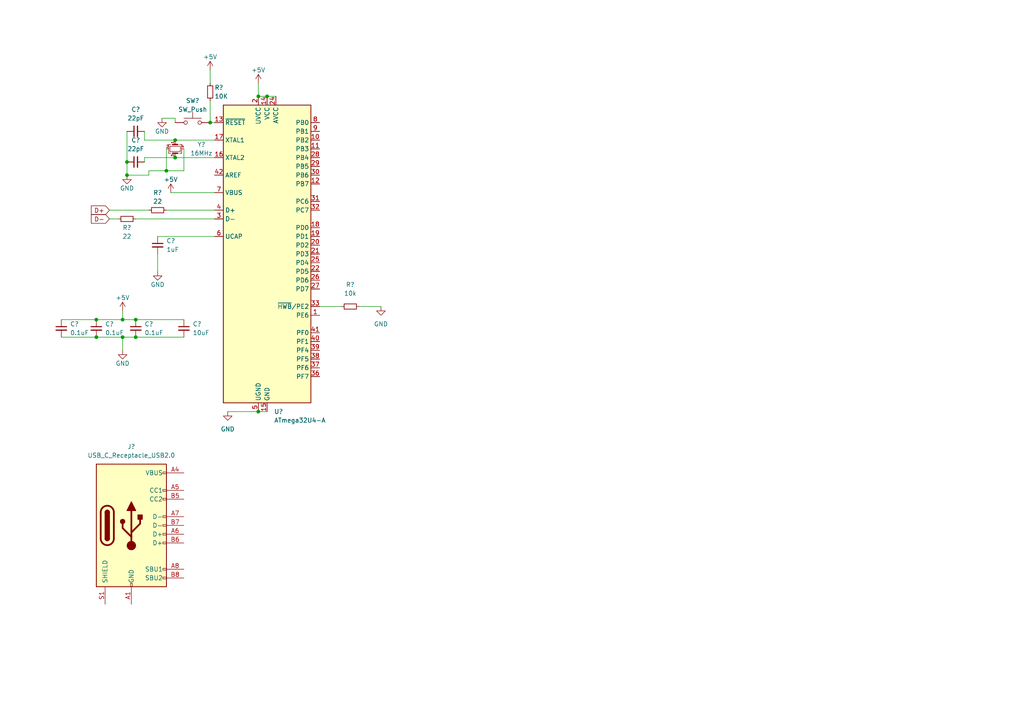
<source format=kicad_sch>
(kicad_sch (version 20211123) (generator eeschema)
  (paper "A4")
  (lib_symbols
    (symbol "Connector:USB_C_Receptacle_USB2.0" (pin_names (offset 1.016))
      (property "Reference" "J" (at -10.16 19.05 0))
      (property "Value" "USB_C_Receptacle_USB2.0" (at 19.05 19.05 0))
      (symbol "USB_C_Receptacle_USB2.0_0_0"
        (rectangle (start -0.254 -17.78) (end 0.254 -16.764))
        (rectangle (start 10.16 -14.986) (end 9.144 -15.494))
        (rectangle (start 10.16 -12.446) (end 9.144 -12.954))
        (rectangle (start 10.16 -4.826) (end 9.144 -5.334))
        (rectangle (start 10.16 -2.286) (end 9.144 -2.794))
        (rectangle (start 10.16 0.254) (end 9.144 -0.254))
        (rectangle (start 10.16 2.794) (end 9.144 2.286))
        (rectangle (start 10.16 7.874) (end 9.144 7.366))
        (rectangle (start 10.16 10.414) (end 9.144 9.906))
        (rectangle (start 10.16 15.494) (end 9.144 14.986))
      )
      (symbol "USB_C_Receptacle_USB2.0_0_1"
        (rectangle (start -10.16 17.78) (end 10.16 -17.78) (stroke (width 0.254)) (fill (type background)))
        (arc (start -8.89 -3.81) (mid -6.985 -5.715) (end -5.08 -3.81) (stroke (width 0.508)))
        (arc (start -7.62 -3.81) (mid -6.985 -4.445) (end -6.35 -3.81) (stroke (width 0.254)))
        (arc (start -7.62 -3.81) (mid -6.985 -4.445) (end -6.35 -3.81) (stroke (width 0.254)) (fill (type outline)))
        (rectangle (start -7.62 -3.81) (end -6.35 3.81) (stroke (width 0.254)) (fill (type outline)))
        (arc (start -6.35 3.81) (mid -6.985 4.445) (end -7.62 3.81) (stroke (width 0.254)))
        (arc (start -6.35 3.81) (mid -6.985 4.445) (end -7.62 3.81) (stroke (width 0.254)) (fill (type outline)))
        (arc (start -5.08 3.81) (mid -6.985 5.715) (end -8.89 3.81) (stroke (width 0.508)))
        (circle (center -2.54 1.143) (radius 0.635) (stroke (width 0.254)) (fill (type outline)))
        (circle (center 0 -5.842) (radius 1.27) (fill (type outline)))
        (polyline (pts (xy -8.89 -3.81) (xy -8.89 3.81)) (stroke (width 0.508)))
        (polyline (pts (xy -5.08 3.81) (xy -5.08 -3.81)) (stroke (width 0.508)))
        (polyline (pts (xy 0 -5.842) (xy 0 4.318)) (stroke (width 0.508)))
        (polyline (pts (xy 0 -3.302) (xy -2.54 -0.762) (xy -2.54 0.508)) (stroke (width 0.508)))
        (polyline (pts (xy 0 -2.032) (xy 2.54 0.508) (xy 2.54 1.778)) (stroke (width 0.508)))
        (polyline (pts (xy -1.27 4.318) (xy 0 6.858) (xy 1.27 4.318) (xy -1.27 4.318)) (stroke (width 0.254)) (fill (type outline)))
        (rectangle (start 1.905 1.778) (end 3.175 3.048) (stroke (width 0.254)) (fill (type outline)))
      )
      (symbol "USB_C_Receptacle_USB2.0_1_1"
        (pin passive line (at 0 -22.86 90) (length 5.08) (name "GND") (number "A1"))
        (pin passive line (at 0 -22.86 90) (length 5.08) hide (name "GND") (number "A12"))
        (pin passive line (at 15.24 15.24 180) (length 5.08) (name "VBUS") (number "A4"))
        (pin bidirectional line (at 15.24 10.16 180) (length 5.08) (name "CC1") (number "A5"))
        (pin bidirectional line (at 15.24 -2.54 180) (length 5.08) (name "D+") (number "A6"))
        (pin bidirectional line (at 15.24 2.54 180) (length 5.08) (name "D-") (number "A7"))
        (pin bidirectional line (at 15.24 -12.7 180) (length 5.08) (name "SBU1") (number "A8"))
        (pin passive line (at 15.24 15.24 180) (length 5.08) hide (name "VBUS") (number "A9"))
        (pin passive line (at 0 -22.86 90) (length 5.08) hide (name "GND") (number "B1"))
        (pin passive line (at 0 -22.86 90) (length 5.08) hide (name "GND") (number "B12"))
        (pin passive line (at 15.24 15.24 180) (length 5.08) hide (name "VBUS") (number "B4"))
        (pin bidirectional line (at 15.24 7.62 180) (length 5.08) (name "CC2") (number "B5"))
        (pin bidirectional line (at 15.24 -5.08 180) (length 5.08) (name "D+") (number "B6"))
        (pin bidirectional line (at 15.24 0 180) (length 5.08) (name "D-") (number "B7"))
        (pin bidirectional line (at 15.24 -15.24 180) (length 5.08) (name "SBU2") (number "B8"))
        (pin passive line (at 15.24 15.24 180) (length 5.08) hide (name "VBUS") (number "B9"))
        (pin passive line (at -7.62 -22.86 90) (length 5.08) (name "SHIELD") (number "S1"))
      )
    )
    (symbol "Device:C_Small" (pin_numbers hide) (pin_names (offset 0.254) hide)
      (property "Reference" "C" (at 0.254 1.778 0))
      (property "Value" "C_Small" (at 0.254 -2.032 0))
      (symbol "C_Small_0_1"
        (polyline (pts (xy -1.524 -0.508) (xy 1.524 -0.508)) (stroke (width 0.3302)))
        (polyline (pts (xy -1.524 0.508) (xy 1.524 0.508)) (stroke (width 0.3048)))
      )
      (symbol "C_Small_1_1"
        (pin passive line (at 0 2.54 270) (length 2.032) (name "~") (number "1"))
        (pin passive line (at 0 -2.54 90) (length 2.032) (name "~") (number "2"))
      )
    )
    (symbol "Device:Crystal_GND24_Small" (pin_names (offset 1.016) hide)
      (property "Reference" "Y" (at 1.27 4.445 0))
      (property "Value" "Crystal_GND24_Small" (at 1.27 2.54 0))
      (symbol "Crystal_GND24_Small_0_1"
        (rectangle (start -0.762 -1.524) (end 0.762 1.524))
        (polyline (pts (xy -1.27 -0.762) (xy -1.27 0.762)) (stroke (width 0.381)))
        (polyline (pts (xy 1.27 -0.762) (xy 1.27 0.762)) (stroke (width 0.381)))
        (polyline (pts (xy -1.27 -1.27) (xy -1.27 -1.905) (xy 1.27 -1.905) (xy 1.27 -1.27)))
        (polyline (pts (xy -1.27 1.27) (xy -1.27 1.905) (xy 1.27 1.905) (xy 1.27 1.27)))
      )
      (symbol "Crystal_GND24_Small_1_1"
        (pin passive line (at -2.54 0 0) (length 1.27) (name "1") (number "1"))
        (pin passive line (at 0 -2.54 90) (length 0.635) (name "2") (number "2"))
        (pin passive line (at 2.54 0 180) (length 1.27) (name "3") (number "3"))
        (pin passive line (at 0 2.54 270) (length 0.635) (name "4") (number "4"))
      )
    )
    (symbol "Device:R_Small" (pin_numbers hide) (pin_names (offset 0.254) hide)
      (property "Reference" "R" (at 0.762 0.508 0))
      (property "Value" "R_Small" (at 0.762 -1.016 0))
      (symbol "R_Small_0_1"
        (rectangle (start -0.762 1.778) (end 0.762 -1.778) (stroke (width 0.2032)))
      )
      (symbol "R_Small_1_1"
        (pin passive line (at 0 2.54 270) (length 0.762) (name "~") (number "1"))
        (pin passive line (at 0 -2.54 90) (length 0.762) (name "~") (number "2"))
      )
    )
    (symbol "MCU_Microchip_ATmega:ATmega32U4-A"
      (property "Reference" "U" (at -12.7 44.45 0))
      (property "Value" "ATmega32U4-A" (at 2.54 -44.45 0))
      (symbol "ATmega32U4-A_0_1"
        (rectangle (start -12.7 -43.18) (end 12.7 43.18) (stroke (width 0.254)) (fill (type background)))
      )
      (symbol "ATmega32U4-A_1_1"
        (pin bidirectional line (at 15.24 -17.78 180) (length 2.54) (name "PE6") (number "1"))
        (pin bidirectional line (at 15.24 33.02 180) (length 2.54) (name "PB2") (number "10"))
        (pin bidirectional line (at 15.24 30.48 180) (length 2.54) (name "PB3") (number "11"))
        (pin bidirectional line (at 15.24 20.32 180) (length 2.54) (name "PB7") (number "12"))
        (pin input line (at -15.24 38.1 0) (length 2.54) (name "~{RESET}") (number "13"))
        (pin power_in line (at 0 45.72 270) (length 2.54) (name "VCC") (number "14"))
        (pin power_in line (at 0 -45.72 90) (length 2.54) (name "GND") (number "15"))
        (pin output line (at -15.24 27.94 0) (length 2.54) (name "XTAL2") (number "16"))
        (pin input line (at -15.24 33.02 0) (length 2.54) (name "XTAL1") (number "17"))
        (pin bidirectional line (at 15.24 7.62 180) (length 2.54) (name "PD0") (number "18"))
        (pin bidirectional line (at 15.24 5.08 180) (length 2.54) (name "PD1") (number "19"))
        (pin power_in line (at -2.54 45.72 270) (length 2.54) (name "UVCC") (number "2"))
        (pin bidirectional line (at 15.24 2.54 180) (length 2.54) (name "PD2") (number "20"))
        (pin bidirectional line (at 15.24 0 180) (length 2.54) (name "PD3") (number "21"))
        (pin bidirectional line (at 15.24 -5.08 180) (length 2.54) (name "PD5") (number "22"))
        (pin passive line (at 0 -45.72 90) (length 2.54) hide (name "GND") (number "23"))
        (pin power_in line (at 2.54 45.72 270) (length 2.54) (name "AVCC") (number "24"))
        (pin bidirectional line (at 15.24 -2.54 180) (length 2.54) (name "PD4") (number "25"))
        (pin bidirectional line (at 15.24 -7.62 180) (length 2.54) (name "PD6") (number "26"))
        (pin bidirectional line (at 15.24 -10.16 180) (length 2.54) (name "PD7") (number "27"))
        (pin bidirectional line (at 15.24 27.94 180) (length 2.54) (name "PB4") (number "28"))
        (pin bidirectional line (at 15.24 25.4 180) (length 2.54) (name "PB5") (number "29"))
        (pin bidirectional line (at -15.24 10.16 0) (length 2.54) (name "D-") (number "3"))
        (pin bidirectional line (at 15.24 22.86 180) (length 2.54) (name "PB6") (number "30"))
        (pin bidirectional line (at 15.24 15.24 180) (length 2.54) (name "PC6") (number "31"))
        (pin bidirectional line (at 15.24 12.7 180) (length 2.54) (name "PC7") (number "32"))
        (pin bidirectional line (at 15.24 -15.24 180) (length 2.54) (name "~{HWB}/PE2") (number "33"))
        (pin passive line (at 0 45.72 270) (length 2.54) hide (name "VCC") (number "34"))
        (pin passive line (at 0 -45.72 90) (length 2.54) hide (name "GND") (number "35"))
        (pin bidirectional line (at 15.24 -35.56 180) (length 2.54) (name "PF7") (number "36"))
        (pin bidirectional line (at 15.24 -33.02 180) (length 2.54) (name "PF6") (number "37"))
        (pin bidirectional line (at 15.24 -30.48 180) (length 2.54) (name "PF5") (number "38"))
        (pin bidirectional line (at 15.24 -27.94 180) (length 2.54) (name "PF4") (number "39"))
        (pin bidirectional line (at -15.24 12.7 0) (length 2.54) (name "D+") (number "4"))
        (pin bidirectional line (at 15.24 -25.4 180) (length 2.54) (name "PF1") (number "40"))
        (pin bidirectional line (at 15.24 -22.86 180) (length 2.54) (name "PF0") (number "41"))
        (pin passive line (at -15.24 22.86 0) (length 2.54) (name "AREF") (number "42"))
        (pin passive line (at 0 -45.72 90) (length 2.54) hide (name "GND") (number "43"))
        (pin passive line (at 2.54 45.72 270) (length 2.54) hide (name "AVCC") (number "44"))
        (pin passive line (at -2.54 -45.72 90) (length 2.54) (name "UGND") (number "5"))
        (pin passive line (at -15.24 5.08 0) (length 2.54) (name "UCAP") (number "6"))
        (pin input line (at -15.24 17.78 0) (length 2.54) (name "VBUS") (number "7"))
        (pin bidirectional line (at 15.24 38.1 180) (length 2.54) (name "PB0") (number "8"))
        (pin bidirectional line (at 15.24 35.56 180) (length 2.54) (name "PB1") (number "9"))
      )
    )
    (symbol "Switch:SW_Push" (pin_numbers hide) (pin_names (offset 1.016) hide)
      (property "Reference" "SW" (at 1.27 2.54 0))
      (property "Value" "SW_Push" (at 0 -1.524 0))
      (symbol "SW_Push_0_1"
        (circle (center -2.032 0) (radius 0.508))
        (polyline (pts (xy 0 1.27) (xy 0 3.048)))
        (polyline (pts (xy 2.54 1.27) (xy -2.54 1.27)))
        (circle (center 2.032 0) (radius 0.508))
        (pin passive line (at -5.08 0 0) (length 2.54) (name "1") (number "1"))
        (pin passive line (at 5.08 0 180) (length 2.54) (name "2") (number "2"))
      )
    )
    (symbol "power:+5V" (power) (pin_names (offset 0))
      (property "Value" "+5V" (at 0 3.556 0))
      (symbol "+5V_0_1"
        (polyline (pts (xy -0.762 1.27) (xy 0 2.54)))
        (polyline (pts (xy 0 0) (xy 0 2.54)))
        (polyline (pts (xy 0 2.54) (xy 0.762 1.27)))
      )
      (symbol "+5V_1_1"
        (pin power_in line (at 0 0 90) (length 0) hide (name "+5V") (number "1"))
      )
    )
    (symbol "power:GND" (power) (pin_names (offset 0))
      (property "Value" "GND" (at 0 -3.81 0))
      (symbol "GND_0_1"
        (polyline (pts (xy 0 0) (xy 0 -1.27) (xy 1.27 -1.27) (xy 0 -2.54) (xy -1.27 -1.27) (xy 0 -1.27)))
      )
      (symbol "GND_1_1"
        (pin power_in line (at 0 0 270) (length 0) hide (name "GND") (number "1"))
      )
    )
  )
  (junction (at 50.8 40.64))
  (junction (at 74.93 27.94))
  (junction (at 48.26 49.53))
  (junction (at 60.96 35.56))
  (junction (at 27.94 92.71))
  (junction (at 36.83 46.99))
  (junction (at 50.8 45.72))
  (junction (at 35.56 92.71))
  (junction (at 35.56 97.79))
  (junction (at 27.94 97.79))
  (junction (at 39.37 92.71))
  (junction (at 77.47 27.94))
  (junction (at 74.93 119.38))
  (junction (at 39.37 97.79))
  (junction (at 36.83 50.8))
  (wire (pts (xy 36.83 38.1) (xy 36.83 46.99)))
  (wire (pts (xy 39.37 92.71) (xy 53.34 92.71)))
  (wire (pts (xy 50.8 40.64) (xy 62.23 40.64)))
  (wire (pts (xy 60.96 29.21) (xy 60.96 35.56)))
  (wire (pts (xy 48.26 49.53) (xy 48.26 43.18)))
  (wire (pts (xy 17.78 92.71) (xy 27.94 92.71)))
  (wire (pts (xy 46.99 34.29) (xy 50.8 34.29)))
  (wire (pts (xy 45.72 68.58) (xy 62.23 68.58)))
  (wire (pts (xy 77.47 27.94) (xy 80.01 27.94)))
  (wire (pts (xy 50.8 45.72) (xy 62.23 45.72)))
  (wire (pts (xy 43.18 50.8) (xy 43.18 49.53)))
  (wire (pts (xy 41.91 46.99) (xy 41.91 45.72)))
  (wire (pts (xy 39.37 97.79) (xy 53.34 97.79)))
  (wire (pts (xy 48.26 49.53) (xy 53.34 49.53)))
  (wire (pts (xy 31.75 63.5) (xy 34.29 63.5)))
  (wire (pts (xy 53.34 43.18) (xy 53.34 49.53)))
  (wire (pts (xy 60.96 20.32) (xy 60.96 24.13)))
  (wire (pts (xy 27.94 97.79) (xy 35.56 97.79)))
  (wire (pts (xy 31.75 60.96) (xy 43.18 60.96)))
  (wire (pts (xy 41.91 38.1) (xy 41.91 40.64)))
  (wire (pts (xy 35.56 92.71) (xy 39.37 92.71)))
  (wire (pts (xy 74.93 27.94) (xy 77.47 27.94)))
  (wire (pts (xy 35.56 97.79) (xy 39.37 97.79)))
  (wire (pts (xy 43.18 49.53) (xy 48.26 49.53)))
  (wire (pts (xy 36.83 46.99) (xy 36.83 50.8)))
  (wire (pts (xy 66.04 119.38) (xy 74.93 119.38)))
  (wire (pts (xy 74.93 119.38) (xy 77.47 119.38)))
  (wire (pts (xy 41.91 45.72) (xy 50.8 45.72)))
  (wire (pts (xy 74.93 24.13) (xy 74.93 27.94)))
  (wire (pts (xy 27.94 92.71) (xy 35.56 92.71)))
  (wire (pts (xy 92.71 88.9) (xy 99.06 88.9)))
  (wire (pts (xy 49.53 55.88) (xy 62.23 55.88)))
  (wire (pts (xy 17.78 97.79) (xy 27.94 97.79)))
  (wire (pts (xy 104.14 88.9) (xy 110.49 88.9)))
  (wire (pts (xy 41.91 40.64) (xy 50.8 40.64)))
  (wire (pts (xy 39.37 63.5) (xy 62.23 63.5)))
  (wire (pts (xy 45.72 73.66) (xy 45.72 78.74)))
  (wire (pts (xy 60.96 35.56) (xy 62.23 35.56)))
  (wire (pts (xy 35.56 90.17) (xy 35.56 92.71)))
  (wire (pts (xy 50.8 35.56) (xy 50.8 34.29)))
  (wire (pts (xy 35.56 97.79) (xy 35.56 101.6)))
  (wire (pts (xy 36.83 50.8) (xy 43.18 50.8)))
  (wire (pts (xy 48.26 60.96) (xy 62.23 60.96)))
  (global_label "D-" (shape input) (at 31.75 63.5 180) (property "Intersheet References" "${INTERSHEET_REFS}" (effects hide)))
  (global_label "D+" (shape input) (at 31.75 60.96 180) (property "Intersheet References" "${INTERSHEET_REFS}" (effects hide)))
  (symbol (lib_id "Device:C_Small") (at 53.34 95.25 0) (unit 1)
    (property "Reference" "C?" (at 55.88 93.9862 0) (effects (justify left)))
    (property "Value" "10uF" (at 55.88 96.5262 0) (effects (justify left)))
  )
  (symbol (lib_id "power:GND") (at 46.99 34.29 0) (unit 1)
    (property "Reference" "#PWR?" (effects hide))
    (property "Value" "GND" (at 46.99 38.1 0))
  )
  (symbol (lib_id "Device:C_Small") (at 17.78 95.25 0) (unit 1)
    (property "Reference" "C?" (at 20.32 93.9862 0) (effects (justify left)))
    (property "Value" "0.1uF" (at 20.32 96.5262 0) (effects (justify left)))
  )
  (symbol (lib_id "power:+5V") (at 60.96 20.32 0) (unit 1)
    (property "Reference" "#PWR?" (effects hide))
    (property "Value" "+5V" (at 60.96 16.51 0))
  )
  (symbol (lib_id "Device:Crystal_GND24_Small") (at 50.8 43.18 270) (unit 1)
    (property "Reference" "Y?" (at 58.42 41.91 90))
    (property "Value" "16MHz" (at 58.42 44.45 90))
  )
  (symbol (lib_id "Device:C_Small") (at 39.37 46.99 90) (unit 1)
    (property "Reference" "C?" (at 39.37 40.64 90))
    (property "Value" "22pF" (at 39.37 43.18 90))
  )
  (symbol (lib_id "Device:C_Small") (at 27.94 95.25 0) (unit 1)
    (property "Reference" "C?" (at 30.48 93.9862 0) (effects (justify left)))
    (property "Value" "0.1uF" (at 30.48 96.5262 0) (effects (justify left)))
  )
  (symbol (lib_id "Device:R_Small") (at 36.83 63.5 90) (unit 1)
    (property "Reference" "R?" (at 36.83 66.04 90))
    (property "Value" "22" (at 36.83 68.58 90))
  )
  (symbol (lib_id "Device:C_Small") (at 45.72 71.12 0) (unit 1)
    (property "Reference" "C?" (at 48.26 69.8562 0) (effects (justify left)))
    (property "Value" "1uF" (at 48.26 72.3962 0) (effects (justify left)))
  )
  (symbol (lib_id "Switch:SW_Push") (at 55.88 35.56 0) (unit 1)
    (property "Reference" "SW?" (at 55.88 29.21 0))
    (property "Value" "SW_Push" (at 55.88 31.75 0))
  )
  (symbol (lib_id "Connector:USB_C_Receptacle_USB2.0") (at 38.1 152.4 0) (unit 1)
    (property "Reference" "J?" (at 38.1 129.54 0))
    (property "Value" "USB_C_Receptacle_USB2.0" (at 38.1 132.08 0))
    (property "Datasheet" "https://www.usb.org/sites/default/files/documents/usb_type-c.zip" (effects hide))
  )
  (symbol (lib_id "Device:R_Small") (at 101.6 88.9 90) (unit 1)
    (property "Reference" "R?" (at 101.6 82.55 90))
    (property "Value" "10k" (at 101.6 85.09 90))
  )
  (symbol (lib_id "power:GND") (at 110.49 88.9 0) (unit 1)
    (property "Reference" "#PWR?" (effects hide))
    (property "Value" "GND" (at 110.49 93.98 0))
  )
  (symbol (lib_id "Device:R_Small") (at 60.96 26.67 0) (unit 1)
    (property "Reference" "R?" (at 62.23 25.4 0) (effects (justify left)))
    (property "Value" "10K" (at 62.23 27.94 0) (effects (justify left)))
  )
  (symbol (lib_id "power:+5V") (at 49.53 55.88 0) (unit 1)
    (property "Reference" "#PWR?" (effects hide))
    (property "Value" "+5V" (at 49.53 52.07 0))
  )
  (symbol (lib_id "power:GND") (at 66.04 119.38 0) (unit 1)
    (property "Reference" "#PWR?" (effects hide))
    (property "Value" "GND" (at 66.04 124.46 0))
  )
  (symbol (lib_id "Device:C_Small") (at 39.37 38.1 90) (unit 1)
    (property "Reference" "C?" (at 39.3763 31.75 90))
    (property "Value" "22pF" (at 39.3763 34.29 90))
  )
  (symbol (lib_id "power:GND") (at 45.72 78.74 0) (unit 1)
    (property "Reference" "#PWR?" (effects hide))
    (property "Value" "GND" (at 45.72 82.55 0))
  )
  (symbol (lib_id "MCU_Microchip_ATmega:ATmega32U4-A") (at 77.47 73.66 0) (unit 1)
    (property "Reference" "U?" (at 79.4894 119.38 0) (effects (justify left)))
    (property "Value" "ATmega32U4-A" (at 79.4894 121.92 0) (effects (justify left)))
    (property "Footprint" "Package_QFP:TQFP-44_10x10mm_P0.8mm" (effects hide))
    (property "Datasheet" "http://ww1.microchip.com/downloads/en/DeviceDoc/Atmel-7766-8-bit-AVR-ATmega16U4-32U4_Datasheet.pdf" (effects hide))
  )
  (symbol (lib_id "power:GND") (at 36.83 50.8 0) (unit 1)
    (property "Reference" "#PWR?" (effects hide))
    (property "Value" "GND" (at 36.83 54.61 0))
  )
  (symbol (lib_id "Device:R_Small") (at 45.72 60.96 90) (unit 1)
    (property "Reference" "R?" (at 45.72 55.88 90))
    (property "Value" "22" (at 45.72 58.42 90))
  )
  (symbol (lib_id "power:+5V") (at 35.56 90.17 0) (unit 1)
    (property "Reference" "#PWR?" (effects hide))
    (property "Value" "+5V" (at 35.56 86.36 0))
  )
  (symbol (lib_id "power:+5V") (at 74.93 24.13 0) (unit 1)
    (property "Reference" "#PWR?" (effects hide))
    (property "Value" "+5V" (at 74.93 20.32 0))
  )
  (symbol (lib_id "Device:C_Small") (at 39.37 95.25 0) (unit 1)
    (property "Reference" "C?" (at 41.91 93.9862 0) (effects (justify left)))
    (property "Value" "0.1uF" (at 41.91 96.5262 0) (effects (justify left)))
  )
  (symbol (lib_id "power:GND") (at 35.56 101.6 0) (unit 1)
    (property "Reference" "#PWR?" (effects hide))
    (property "Value" "GND" (at 35.56 105.41 0))
  )
)
</source>
